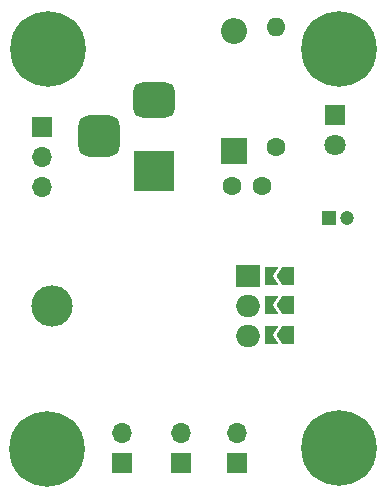
<source format=gbr>
%TF.GenerationSoftware,KiCad,Pcbnew,6.0.6+dfsg-1*%
%TF.CreationDate,2022-07-24T22:16:40+10:00*%
%TF.ProjectId,power-board,706f7765-722d-4626-9f61-72642e6b6963,rev?*%
%TF.SameCoordinates,Original*%
%TF.FileFunction,Soldermask,Top*%
%TF.FilePolarity,Negative*%
%FSLAX46Y46*%
G04 Gerber Fmt 4.6, Leading zero omitted, Abs format (unit mm)*
G04 Created by KiCad (PCBNEW 6.0.6+dfsg-1) date 2022-07-24 22:16:40*
%MOMM*%
%LPD*%
G01*
G04 APERTURE LIST*
G04 Aperture macros list*
%AMRoundRect*
0 Rectangle with rounded corners*
0 $1 Rounding radius*
0 $2 $3 $4 $5 $6 $7 $8 $9 X,Y pos of 4 corners*
0 Add a 4 corners polygon primitive as box body*
4,1,4,$2,$3,$4,$5,$6,$7,$8,$9,$2,$3,0*
0 Add four circle primitives for the rounded corners*
1,1,$1+$1,$2,$3*
1,1,$1+$1,$4,$5*
1,1,$1+$1,$6,$7*
1,1,$1+$1,$8,$9*
0 Add four rect primitives between the rounded corners*
20,1,$1+$1,$2,$3,$4,$5,0*
20,1,$1+$1,$4,$5,$6,$7,0*
20,1,$1+$1,$6,$7,$8,$9,0*
20,1,$1+$1,$8,$9,$2,$3,0*%
%AMFreePoly0*
4,1,6,1.000000,0.000000,0.500000,-0.750000,-0.500000,-0.750000,-0.500000,0.750000,0.500000,0.750000,1.000000,0.000000,1.000000,0.000000,$1*%
%AMFreePoly1*
4,1,6,0.500000,-0.750000,-0.650000,-0.750000,-0.150000,0.000000,-0.650000,0.750000,0.500000,0.750000,0.500000,-0.750000,0.500000,-0.750000,$1*%
G04 Aperture macros list end*
%ADD10C,6.400000*%
%ADD11R,1.200000X1.200000*%
%ADD12C,1.200000*%
%ADD13FreePoly0,180.000000*%
%ADD14FreePoly1,180.000000*%
%ADD15R,1.800000X1.800000*%
%ADD16C,1.800000*%
%ADD17R,2.200000X2.200000*%
%ADD18O,2.200000X2.200000*%
%ADD19C,1.600000*%
%ADD20O,1.600000X1.600000*%
%ADD21R,1.700000X1.700000*%
%ADD22O,1.700000X1.700000*%
%ADD23R,3.500000X3.500000*%
%ADD24RoundRect,0.750000X-1.000000X0.750000X-1.000000X-0.750000X1.000000X-0.750000X1.000000X0.750000X0*%
%ADD25RoundRect,0.875000X-0.875000X0.875000X-0.875000X-0.875000X0.875000X-0.875000X0.875000X0.875000X0*%
%ADD26O,3.500000X3.500000*%
%ADD27R,2.000000X1.905000*%
%ADD28O,2.000000X1.905000*%
G04 APERTURE END LIST*
D10*
%TO.C,H2*%
X160600000Y-56300000D03*
%TD*%
%TO.C,H4*%
X160600000Y-90100000D03*
%TD*%
D11*
%TO.C,C1*%
X159805401Y-70612000D03*
D12*
X161305401Y-70612000D03*
%TD*%
D13*
%TO.C,JP2*%
X156362400Y-77978000D03*
D14*
X154912400Y-77978000D03*
%TD*%
D13*
%TO.C,JP1*%
X156362400Y-75488800D03*
D14*
X154912400Y-75488800D03*
%TD*%
D15*
%TO.C,D2*%
X160274000Y-61874400D03*
D16*
X160274000Y-64414400D03*
%TD*%
D10*
%TO.C,H3*%
X135915400Y-90170000D03*
%TD*%
D17*
%TO.C,D1*%
X151739600Y-64947800D03*
D18*
X151739600Y-54787800D03*
%TD*%
D13*
%TO.C,JP3*%
X156362400Y-80518000D03*
D14*
X154912400Y-80518000D03*
%TD*%
D19*
%TO.C,R1*%
X155346400Y-64541400D03*
D20*
X155346400Y-54381400D03*
%TD*%
D19*
%TO.C,C2*%
X151607200Y-67868800D03*
X154107200Y-67868800D03*
%TD*%
D21*
%TO.C,SW1*%
X135509000Y-62890400D03*
D22*
X135509000Y-65430400D03*
X135509000Y-67970400D03*
%TD*%
D23*
%TO.C,J1*%
X145008600Y-66601600D03*
D24*
X145008600Y-60601600D03*
D25*
X140308600Y-63601600D03*
%TD*%
D21*
%TO.C,J4*%
X152044400Y-91343400D03*
D22*
X152044400Y-88803400D03*
%TD*%
D10*
%TO.C,H1*%
X136000000Y-56300000D03*
%TD*%
D21*
%TO.C,J3*%
X147244400Y-91343400D03*
D22*
X147244400Y-88803400D03*
%TD*%
D26*
%TO.C,U1*%
X136300000Y-78000000D03*
D27*
X152960000Y-75460000D03*
D28*
X152960000Y-78000000D03*
X152960000Y-80540000D03*
%TD*%
D21*
%TO.C,J2*%
X142244400Y-91368400D03*
D22*
X142244400Y-88828400D03*
%TD*%
M02*

</source>
